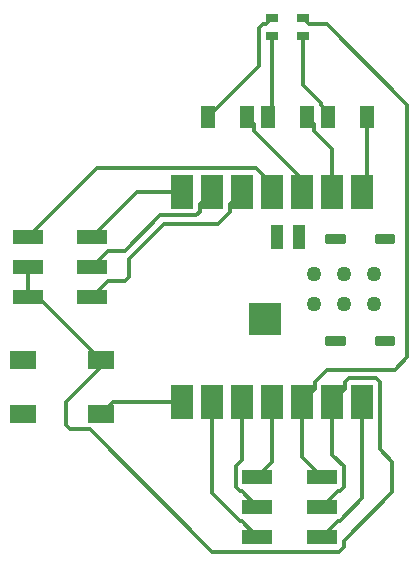
<source format=gbr>
G04 EAGLE Gerber RS-274X export*
G75*
%MOMM*%
%FSLAX34Y34*%
%LPD*%
%INTop Copper*%
%IPPOS*%
%AMOC8*
5,1,8,0,0,1.08239X$1,22.5*%
G01*
G04 Define Apertures*
%ADD10R,1.100000X0.800000*%
%ADD11R,2.540000X1.270000*%
%ADD12R,1.270000X1.905000*%
%ADD13R,2.286000X1.524000*%
%ADD14R,1.905000X2.921000*%
%ADD15R,1.016000X2.032000*%
%ADD16C,1.270000*%
%ADD17C,0.444500*%
%ADD18R,2.794000X2.794000*%
%ADD19C,0.304800*%
D10*
X686100Y566300D03*
X686100Y551300D03*
X660100Y551300D03*
X660100Y566300D03*
D11*
X647700Y177800D03*
X647700Y152400D03*
X647700Y127000D03*
X702300Y177800D03*
X702300Y152400D03*
X702300Y127000D03*
X508000Y330200D03*
X508000Y355600D03*
X508000Y381000D03*
X453400Y330200D03*
X453400Y355600D03*
X453400Y381000D03*
D12*
X656590Y482600D03*
X689610Y482600D03*
X707390Y482600D03*
X740410Y482600D03*
X605790Y482600D03*
X638810Y482600D03*
D13*
X449580Y276860D03*
X515620Y276860D03*
X449580Y231140D03*
X515620Y231140D03*
D14*
X736600Y419100D03*
X711200Y419100D03*
X685800Y419100D03*
X660400Y419100D03*
X635000Y419100D03*
X609600Y419100D03*
X584200Y419100D03*
X584200Y241300D03*
X609600Y241300D03*
X635000Y241300D03*
X660400Y241300D03*
X685800Y241300D03*
X711200Y241300D03*
X736600Y241300D03*
D15*
X683260Y381000D03*
X664210Y381000D03*
D16*
X746760Y349250D03*
X721360Y349250D03*
X695960Y349250D03*
X695960Y323850D03*
X721360Y323850D03*
X746760Y323850D03*
D17*
X761810Y377253D02*
X761810Y381699D01*
X761810Y377253D02*
X748474Y377253D01*
X748474Y381699D01*
X761810Y381699D01*
X761810Y381476D02*
X748474Y381476D01*
X719900Y381699D02*
X719900Y377253D01*
X706564Y377253D01*
X706564Y381699D01*
X719900Y381699D01*
X719900Y381476D02*
X706564Y381476D01*
X719900Y295339D02*
X719900Y290893D01*
X706564Y290893D01*
X706564Y295339D01*
X719900Y295339D01*
X719900Y295116D02*
X706564Y295116D01*
X761810Y295339D02*
X761810Y290893D01*
X748474Y290893D01*
X748474Y295339D01*
X761810Y295339D01*
X761810Y295116D02*
X748474Y295116D01*
D18*
X654050Y311150D03*
D19*
X525780Y241300D02*
X515620Y231140D01*
X525780Y241300D02*
X584200Y241300D01*
X660100Y486110D02*
X660100Y551300D01*
X660100Y486110D02*
X656590Y482600D01*
X649076Y557588D02*
X652312Y560824D01*
X654624Y560824D02*
X660100Y566300D01*
X654624Y560824D02*
X652312Y560824D01*
X649076Y557588D02*
X649076Y525886D01*
X605790Y482600D01*
X709295Y484505D02*
X711500Y486710D01*
X709295Y484505D02*
X707390Y482600D01*
X686100Y509797D02*
X686100Y551300D01*
X686100Y509797D02*
X701484Y494413D01*
X701484Y492316D01*
X709295Y484505D01*
X685800Y194300D02*
X702300Y177800D01*
X685800Y194300D02*
X685800Y241300D01*
X685800Y247842D01*
X691576Y560824D02*
X686100Y566300D01*
X691576Y560824D02*
X706588Y560824D01*
X774700Y492712D01*
X774700Y279400D01*
X763777Y268477D01*
X696151Y258193D02*
X696151Y251651D01*
X685800Y241300D01*
X706435Y268477D02*
X763777Y268477D01*
X706435Y268477D02*
X696151Y258193D01*
X521526Y343726D02*
X508000Y330200D01*
X521526Y343726D02*
X535688Y343726D01*
X538924Y346962D01*
X538924Y362394D01*
X568453Y391923D01*
X624649Y402207D02*
X624649Y408749D01*
X635000Y419100D01*
X614365Y391923D02*
X568453Y391923D01*
X614365Y391923D02*
X624649Y402207D01*
X654242Y431800D02*
X660400Y431800D01*
X654242Y431800D02*
X646813Y439229D01*
X511629Y439229D02*
X453400Y381000D01*
X511629Y439229D02*
X646813Y439229D01*
X660400Y431800D02*
X660400Y419100D01*
X715826Y140526D02*
X702300Y127000D01*
X715826Y140526D02*
X717288Y140526D01*
X736600Y159838D01*
X736600Y241300D01*
X546100Y419100D02*
X508000Y381000D01*
X546100Y419100D02*
X584200Y419100D01*
X634174Y140526D02*
X647700Y127000D01*
X634174Y140526D02*
X632712Y140526D01*
X609600Y163638D01*
X609600Y241300D01*
X629476Y169162D02*
X632712Y165926D01*
X629476Y169162D02*
X629476Y186438D01*
X632712Y165926D02*
X634174Y165926D01*
X647700Y152400D01*
X629476Y186438D02*
X635000Y191962D01*
X635000Y241300D01*
X660400Y241300D02*
X660400Y190500D01*
X647700Y177800D01*
X508000Y355600D02*
X521526Y369126D01*
X535688Y369126D01*
X596013Y398971D02*
X599249Y402207D01*
X599249Y408749D01*
X609600Y419100D01*
X565533Y398971D02*
X535688Y369126D01*
X565533Y398971D02*
X596013Y398971D01*
X720524Y169162D02*
X717288Y165926D01*
X720524Y169162D02*
X720524Y186438D01*
X715826Y165926D02*
X702300Y152400D01*
X715826Y165926D02*
X717288Y165926D01*
X720524Y186438D02*
X711200Y195762D01*
X711200Y241300D01*
X720524Y123624D02*
X720524Y118362D01*
X720524Y123624D02*
X762000Y165100D01*
X716462Y114300D02*
X609600Y114300D01*
X716462Y114300D02*
X720524Y118362D01*
X762000Y165100D02*
X762000Y190500D01*
X751649Y258193D02*
X748413Y261429D01*
X724787Y261429D01*
X721551Y258193D01*
X721551Y251651D01*
X711200Y241300D01*
X751649Y200851D02*
X762000Y190500D01*
X751649Y200851D02*
X751649Y258193D01*
X485966Y241048D02*
X485966Y221232D01*
X489202Y217996D01*
X505904Y217996D01*
X609600Y114300D01*
X515620Y270702D02*
X515620Y276860D01*
X515620Y270702D02*
X485966Y241048D01*
X453400Y330200D02*
X453400Y355600D01*
X453400Y330200D02*
X462280Y330200D01*
X515620Y276860D01*
X740410Y422910D02*
X740410Y482600D01*
X740410Y422910D02*
X736600Y419100D01*
X695516Y476694D02*
X689610Y482600D01*
X695516Y476694D02*
X695516Y470787D01*
X711200Y455103D02*
X711200Y419100D01*
X711200Y455103D02*
X695516Y470787D01*
X644716Y476694D02*
X638810Y482600D01*
X644716Y476694D02*
X644716Y470787D01*
X685800Y429703D02*
X685800Y419100D01*
X685800Y429703D02*
X644716Y470787D01*
M02*

</source>
